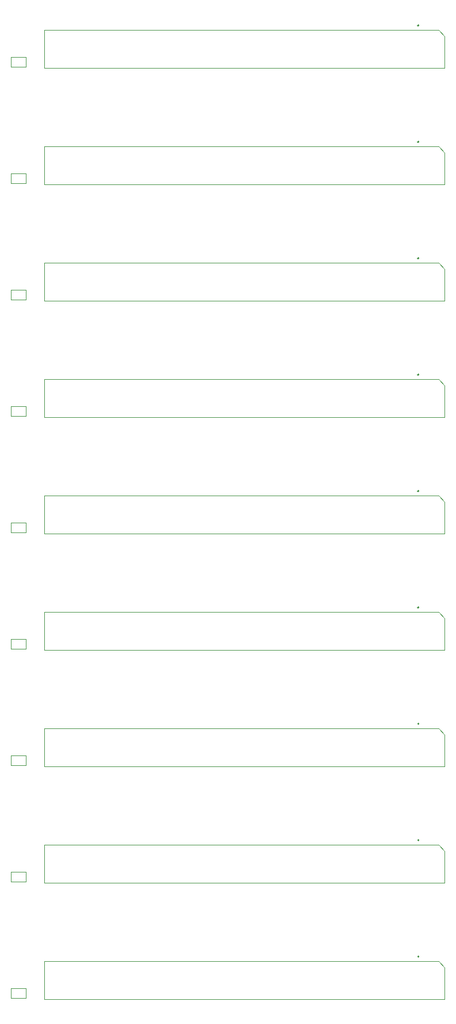
<source format=gbr>
%TF.GenerationSoftware,Altium Limited,Altium Designer,22.11.1 (43)*%
G04 Layer_Color=16711935*
%FSLAX45Y45*%
%MOMM*%
%TF.SameCoordinates,189E8146-0809-41ED-80BF-86DDFA5291D0*%
%TF.FilePolarity,Positive*%
%TF.FileFunction,Other,Mechanical_13*%
%TF.Part,Single*%
G01*
G75*
%TA.AperFunction,NonConductor*%
%ADD25C,0.20000*%
%ADD26C,0.10000*%
D25*
X7543500Y14526401D02*
G03*
X7543500Y14526401I-10000J0D01*
G01*
Y12816400D02*
G03*
X7543500Y12816400I-10000J0D01*
G01*
Y11106400D02*
G03*
X7543500Y11106400I-10000J0D01*
G01*
Y9396400D02*
G03*
X7543500Y9396400I-10000J0D01*
G01*
Y7686400D02*
G03*
X7543500Y7686400I-10000J0D01*
G01*
Y5976400D02*
G03*
X7543500Y5976400I-10000J0D01*
G01*
Y4266400D02*
G03*
X7543500Y4266400I-10000J0D01*
G01*
Y2556400D02*
G03*
X7543500Y2556400I-10000J0D01*
G01*
Y846400D02*
G03*
X7543500Y846400I-10000J0D01*
G01*
D26*
X7924002Y13900003D02*
Y14370203D01*
X2026001Y13900003D02*
X7924002D01*
X2026001D02*
Y14460002D01*
X7834198D01*
X7924002Y14370203D01*
X1760002Y13917000D02*
Y14062000D01*
X1540002Y13917000D02*
Y14062000D01*
Y13917000D02*
X1760002D01*
X1540002Y14062000D02*
X1760002D01*
X7834198Y12750002D02*
X7924002Y12660198D01*
X2026001Y12750002D02*
X7834198D01*
X2026001Y12189998D02*
Y12750002D01*
Y12189998D02*
X7924002D01*
Y12660198D01*
X7834198Y11039998D02*
X7924002Y10950199D01*
X2026001Y11039998D02*
X7834198D01*
X2026001Y10479999D02*
Y11039998D01*
Y10479999D02*
X7924002D01*
Y10950199D01*
X1760002Y12207001D02*
Y12352000D01*
X1540002Y12207001D02*
Y12352000D01*
Y12207001D02*
X1760002D01*
X1540002Y12352000D02*
X1760002D01*
Y10497002D02*
Y10642001D01*
X1540002Y10497002D02*
Y10642001D01*
Y10497002D02*
X1760002D01*
X1540002Y10642001D02*
X1760002D01*
X7834198Y9329999D02*
X7924002Y9240200D01*
X2026001Y9329999D02*
X7834198D01*
X2026001Y8770000D02*
Y9329999D01*
Y8770000D02*
X7924002D01*
Y9240200D01*
X7834198Y7620000D02*
X7924002Y7530201D01*
X2026001Y7620000D02*
X7834198D01*
X2026001Y7060001D02*
Y7620000D01*
Y7060001D02*
X7924002D01*
Y7530201D01*
X7834198Y5910001D02*
X7924002Y5820202D01*
X2026001Y5910001D02*
X7834198D01*
X2026001Y5350002D02*
Y5910001D01*
Y5350002D02*
X7924002D01*
Y5820202D01*
X1760002Y8786998D02*
Y8932001D01*
X1540002Y8786998D02*
Y8932001D01*
Y8786998D02*
X1760002D01*
X1540002Y8932001D02*
X1760002D01*
Y7076999D02*
Y7222002D01*
X1540002Y7076999D02*
Y7222002D01*
Y7076999D02*
X1760002D01*
X1540002Y7222002D02*
X1760002D01*
Y5367000D02*
Y5511998D01*
X1540002Y5367000D02*
Y5511998D01*
Y5367000D02*
X1760002D01*
X1540002Y5511998D02*
X1760002D01*
X7834198Y4200002D02*
X7924002Y4110203D01*
X2026001Y4200002D02*
X7834198D01*
X2026001Y3639998D02*
Y4200002D01*
Y3639998D02*
X7924002D01*
Y4110203D01*
X7834198Y2489998D02*
X7924002Y2400198D01*
X2026001Y2489998D02*
X7834198D01*
X2026001Y1929999D02*
Y2489998D01*
Y1929999D02*
X7924002D01*
Y2400198D01*
X1760002Y3657001D02*
Y3801999D01*
X1540002Y3657001D02*
Y3801999D01*
Y3657001D02*
X1760002D01*
X1540002Y3801999D02*
X1760002D01*
Y1947001D02*
Y2092000D01*
X1540002Y1947001D02*
Y2092000D01*
Y1947001D02*
X1760002D01*
X1540002Y2092000D02*
X1760002D01*
Y237002D02*
Y382001D01*
X1540002Y237002D02*
Y382001D01*
Y237002D02*
X1760002D01*
X1540002Y382001D02*
X1760002D01*
X7924002Y220000D02*
Y690199D01*
X2026001Y220000D02*
X7924002D01*
X2026001D02*
Y779998D01*
X7834198D01*
X7924002Y690199D01*
%TF.MD5,65d156c8cd73ae9ecb23351fd3c87c95*%
M02*

</source>
